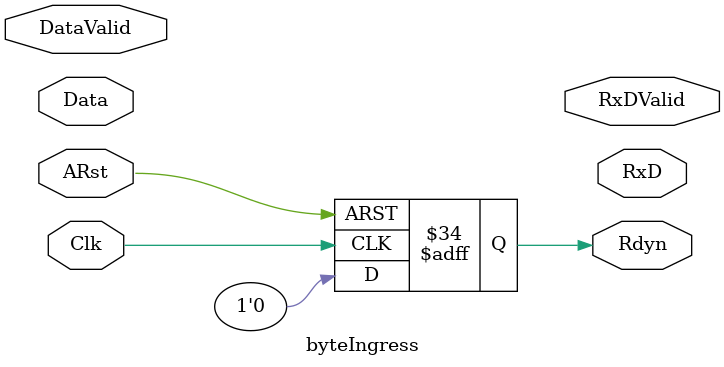
<source format=v>
`timescale 1ns/100ps
`default_nettype none
module byteIngress (
    input   wire        Clk,
    input   wire        ARst,
    input   wire [7:0]  Data,
    input   wire        DataValid,
    output  reg         Rdyn,
    output  reg [7:0]   RxD,
    output  reg         RxDValid
);
    reg [1:0]   rxByteCntr;
    reg [31:0]  rxWord;
    reg         rxWordValid;

    always @(posedge Clk or posedge ARst) begin
        if (ARst == 1'b1) begin
            Rdyn <= 1'b1;
            rxByteCntr <= 2'b00;
            rxWordValid <= 1'b0;
        end else begin
            Rdyn <= 1'b0;
            rxWordValid <= 1'b0;

            if (DataValid && ~Rdyn) rxByteCntr <= rxByteCntr + 1;

            case (rxByteCntr)
                2'b00: if (DataValid) rxWord[7:0] <= Data;
                2'b01: if (DataValid) rxWord[15:8] <= Data;
                2'b10: if (DataValid) rxWord[23:16] <= Data;
                2'b11: begin
                    if (DataValid) begin
                        rxWord[31:24] <= Data;
                        rxWordValid <= 1'b1;
                    end
                end
            endcase
        end
    end
    
endmodule
`default_nettype wire 

</source>
